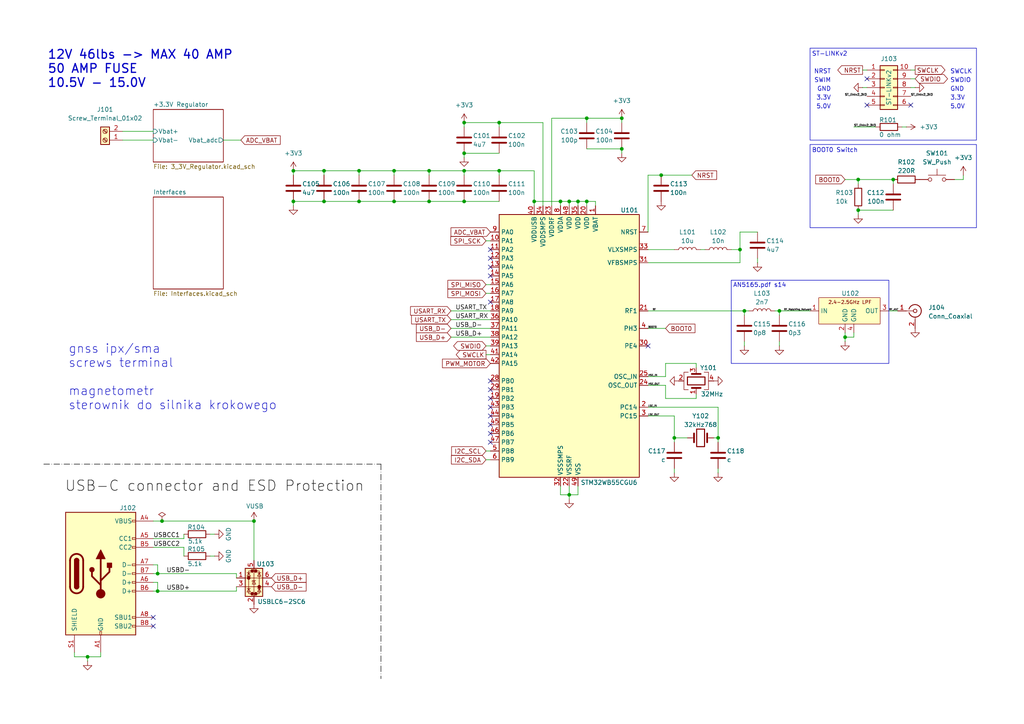
<source format=kicad_sch>
(kicad_sch (version 20250114) (generator "eeschema") (generator_version "9.0")
  (paper "A4")
  (title_block (title "Boat Autopilot Controller") (date "2025-11-11") (rev "0.1") (company "Dominik Ledzianowski / Klaudia Lewandowska"))
  (lib_symbols
    (symbol "Connector:Conn_Coaxial" (pin_names (offset 1.016) (hide yes))
      (property "Reference" "J" (at 0.254 3.048 0))
      (property "Value" "Conn_Coaxial" (at 2.921 0 90))
      (symbol "Conn_Coaxial_1_1"
        (pin passive line (at -5.08 0 0) (length 2.54) (name "In") (number "1"))
        (pin passive line (at 0 -5.08 90) (length 2.54) (name "Ext") (number "2"))
      )
    )
    (symbol "Connector:Screw_Terminal_01x02" (pin_names (offset 1.016) (hide yes))
      (property "Reference" "J" (at 0 2.54 0))
      (property "Value" "Screw_Terminal_01x02" (at 0 -5.08 0))
      (symbol "Screw_Terminal_01x02_1_1"
        (pin passive line (at -5.08 0 0) (length 3.81) (name "Pin_1") (number "1"))
        (pin passive line (at -5.08 -2.54 0) (length 3.81) (name "Pin_2") (number "2"))
      )
    )
    (symbol "Connector:USB_C_Receptacle_USB2.0_16P" (pin_names (offset 1.016))
      (property "Reference" "J" (at 0 22.225 0))
      (property "Value" "USB_C_Receptacle_USB2.0_16P" (at 0 19.685 0))
      (symbol "USB_C_Receptacle_USB2.0_16P_1_1"
        (pin passive line (at -7.62 -22.86 90) (length 5.08) (name "SHIELD") (number "S1"))
        (pin passive line (at 0 -22.86 90) (length 5.08) (name "GND") (number "A1"))
        (pin passive line (at 0 -22.86 90) (length 5.08) (hide yes) (name "GND") (number "A12"))
        (pin passive line (at 0 -22.86 90) (length 5.08) (hide yes) (name "GND") (number "B1"))
        (pin passive line (at 0 -22.86 90) (length 5.08) (hide yes) (name "GND") (number "B12"))
        (pin passive line (at 15.24 15.24 180) (length 5.08) (name "VBUS") (number "A4"))
        (pin passive line (at 15.24 15.24 180) (length 5.08) (hide yes) (name "VBUS") (number "A9"))
        (pin passive line (at 15.24 15.24 180) (length 5.08) (hide yes) (name "VBUS") (number "B4"))
        (pin passive line (at 15.24 15.24 180) (length 5.08) (hide yes) (name "VBUS") (number "B9"))
        (pin bidirectional line (at 15.24 10.16 180) (length 5.08) (name "CC1") (number "A5"))
        (pin bidirectional line (at 15.24 7.62 180) (length 5.08) (name "CC2") (number "B5"))
        (pin bidirectional line (at 15.24 2.54 180) (length 5.08) (name "D-") (number "A7"))
        (pin bidirectional line (at 15.24 0 180) (length 5.08) (name "D-") (number "B7"))
        (pin bidirectional line (at 15.24 -2.54 180) (length 5.08) (name "D+") (number "A6"))
        (pin bidirectional line (at 15.24 -5.08 180) (length 5.08) (name "D+") (number "B6"))
        (pin bidirectional line (at 15.24 -12.7 180) (length 5.08) (name "SBU1") (number "A8"))
        (pin bidirectional line (at 15.24 -15.24 180) (length 5.08) (name "SBU2") (number "B8"))
      )
    )
    (symbol "Device:C" (pin_numbers (hide yes)) (pin_names (offset 0.254))
      (property "Reference" "C" (at 0.635 2.54 0))
      (property "Value" "C" (at 0.635 -2.54 0))
      (symbol "C_1_1"
        (pin passive line (at 0 3.81 270) (length 2.794) (name "~") (number "1"))
        (pin passive line (at 0 -3.81 90) (length 2.794) (name "~") (number "2"))
      )
    )
    (symbol "Device:Crystal" (pin_numbers (hide yes)) (pin_names (offset 1.016) (hide yes))
      (property "Reference" "Y" (at 0 3.81 0))
      (property "Value" "Crystal" (at 0 -3.81 0))
      (symbol "Crystal_1_1"
        (pin passive line (at -3.81 0 0) (length 1.27) (name "1") (number "1"))
        (pin passive line (at 3.81 0 180) (length 1.27) (name "2") (number "2"))
      )
    )
    (symbol "Device:Crystal_GND24" (pin_names (offset 1.016) (hide yes))
      (property "Reference" "Y" (at 3.175 5.08 0))
      (property "Value" "Crystal_GND24" (at 3.175 3.175 0))
      (symbol "Crystal_GND24_1_1"
        (pin passive line (at -3.81 0 0) (length 1.27) (name "1") (number "1"))
        (pin passive line (at 0 5.08 270) (length 1.27) (name "2") (number "2"))
        (pin passive line (at 0 -5.08 90) (length 1.27) (name "4") (number "4"))
        (pin passive line (at 3.81 0 180) (length 1.27) (name "3") (number "3"))
      )
    )
    (symbol "Device:L" (pin_numbers (hide yes)) (pin_names (offset 1.016) (hide yes))
      (property "Reference" "L" (at -1.27 0 90))
      (property "Value" "L" (at 1.905 0 90))
      (symbol "L_1_1"
        (pin passive line (at 0 3.81 270) (length 1.27) (name "1") (number "1"))
        (pin passive line (at 0 -3.81 90) (length 1.27) (name "2") (number "2"))
      )
    )
    (symbol "Device:R" (pin_numbers (hide yes)) (pin_names (offset 0))
      (property "Reference" "R" (at 2.032 0 90))
      (property "Value" "R" (at 0 0 90))
      (symbol "R_1_1"
        (pin passive line (at 0 3.81 270) (length 1.27) (name "~") (number "1"))
        (pin passive line (at 0 -3.81 90) (length 1.27) (name "~") (number "2"))
      )
    )
    (symbol "MCU_ST_STM32WB:STM32WB55CGUx"
      (property "Reference" "U101" (at -20.066 39.37 0))
      (property "Value" "STM32WB55CGU6" (at -19.812 -39.624 0))
      (symbol "STM32WB55CGUx_1_1"
        (pin input line (at -22.86 33.02 0) (length 2.54) (name "NRST") (number "7"))
        (pin power_out line (at -22.86 27.94 0) (length 2.54) (name "VLXSMPS") (number "33"))
        (pin input line (at -22.86 24.13 0) (length 2.54) (name "VFBSMPS") (number "31"))
        (pin bidirectional line (at -22.86 10.16 0) (length 2.54) (name "RF1") (number "21"))
        (pin bidirectional line (at -22.86 5.08 0) (length 2.54) (name "PH3") (number "4"))
        (pin bidirectional line (at -22.86 0 0) (length 2.54) (name "PE4") (number "30"))
        (pin input line (at -22.86 -8.89 0) (length 2.54) (name "OSC_IN") (number "25"))
        (pin input line (at -22.86 -11.43 0) (length 2.54) (name "OSC_OUT") (number "24"))
        (pin bidirectional line (at -22.86 -17.78 0) (length 2.54) (name "PC14") (number "2"))
        (pin bidirectional line (at -22.86 -20.32 0) (length 2.54) (name "PC15") (number "3"))
        (pin no_connect line (at -20.32 -35.56 0) (length 2.54) (hide yes) (name "AT1") (number "27"))
        (pin no_connect line (at -20.32 -38.1 0) (length 2.54) (hide yes) (name "AT0") (number "26"))
        (pin power_in line (at -7.62 40.64 270) (length 2.54) (name "VBAT") (number "1"))
        (pin power_in line (at -5.08 40.64 270) (length 2.54) (name "VDD") (number "20"))
        (pin power_in line (at -2.54 40.64 270) (length 2.54) (name "VDD") (number "35"))
        (pin power_in line (at -2.54 -40.64 90) (length 2.54) (name "VSS") (number "49"))
        (pin power_in line (at 0 40.64 270) (length 2.54) (name "VDD") (number "48"))
        (pin power_in line (at 0 -40.64 90) (length 2.54) (name "VSSRF") (number "22"))
        (pin power_in line (at 2.54 40.64 270) (length 2.54) (name "VDDA") (number "8"))
        (pin power_in line (at 2.54 -40.64 90) (length 2.54) (name "VSSSMPS") (number "32"))
        (pin power_in line (at 5.08 40.64 270) (length 2.54) (name "VDDRF") (number "23"))
        (pin power_in line (at 7.62 40.64 270) (length 2.54) (name "VDDSMPS") (number "34"))
        (pin power_in line (at 10.16 40.64 270) (length 2.54) (name "VDDUSB") (number "40"))
        (pin bidirectional line (at 22.86 33.02 180) (length 2.54) (name "PA0") (number "9"))
        (pin bidirectional line (at 22.86 30.48 180) (length 2.54) (name "PA1") (number "10"))
        (pin bidirectional line (at 22.86 27.94 180) (length 2.54) (name "PA2") (number "11"))
        (pin bidirectional line (at 22.86 25.4 180) (length 2.54) (name "PA3") (number "12"))
        (pin bidirectional line (at 22.86 22.86 180) (length 2.54) (name "PA4") (number "13"))
        (pin bidirectional line (at 22.86 20.32 180) (length 2.54) (name "PA5") (number "14"))
        (pin bidirectional line (at 22.86 17.78 180) (length 2.54) (name "PA6") (number "15"))
        (pin bidirectional line (at 22.86 15.24 180) (length 2.54) (name "PA7") (number "16"))
        (pin bidirectional line (at 22.86 12.7 180) (length 2.54) (name "PA8") (number "17"))
        (pin bidirectional line (at 22.86 10.16 180) (length 2.54) (name "PA9") (number "18"))
        (pin bidirectional line (at 22.86 7.62 180) (length 2.54) (name "PA10") (number "36"))
        (pin bidirectional line (at 22.86 5.08 180) (length 2.54) (name "PA11") (number "37"))
        (pin bidirectional line (at 22.86 2.54 180) (length 2.54) (name "PA12") (number "38"))
        (pin bidirectional line (at 22.86 0 180) (length 2.54) (name "PA13") (number "39"))
        (pin bidirectional line (at 22.86 -2.54 180) (length 2.54) (name "PA14") (number "41"))
        (pin bidirectional line (at 22.86 -5.08 180) (length 2.54) (name "PA15") (number "42"))
        (pin bidirectional line (at 22.86 -10.16 180) (length 2.54) (name "PB0") (number "28"))
        (pin bidirectional line (at 22.86 -12.7 180) (length 2.54) (name "PB1") (number "29"))
        (pin bidirectional line (at 22.86 -15.24 180) (length 2.54) (name "PB2") (number "19"))
        (pin bidirectional line (at 22.86 -17.78 180) (length 2.54) (name "PB3") (number "43"))
        (pin bidirectional line (at 22.86 -20.32 180) (length 2.54) (name "PB4") (number "44"))
        (pin bidirectional line (at 22.86 -22.86 180) (length 2.54) (name "PB5") (number "45"))
        (pin bidirectional line (at 22.86 -25.4 180) (length 2.54) (name "PB6") (number "46"))
        (pin bidirectional line (at 22.86 -27.94 180) (length 2.54) (name "PB7") (number "47"))
        (pin bidirectional line (at 22.86 -30.48 180) (length 2.54) (name "PB8") (number "5"))
        (pin bidirectional line (at 22.86 -33.02 180) (length 2.54) (name "PB9") (number "6"))
      )
    )
    (symbol "PUEiE_pcb_schematic_symbols:DLF162500LT-5028A1"
      (property "Reference" "U" (at 6.096 4.826 0))
      (symbol "DLF162500LT-5028A1_0_0"
        (pin passive line (at -11.43 0 0) (length 2.54) (name "IN") (number "1"))
        (pin passive line (at -1.27 -6.35 90) (length 2.54) (name "GND") (number "2"))
        (pin passive line (at 1.27 -6.35 90) (length 2.54) (name "GND") (number "4"))
        (pin passive line (at 11.43 0 180) (length 2.54) (name "OUT") (number "3"))
      )
      (symbol "DLF162500LT-5028A1_1_1"
        (text " 2.4-2.5GHz LPF" (at -0.254 2.54 0) (effects (font (size 1.016 1.016))))
      )
    )
    (symbol "Power_Protection:USBLC6-2SC6" (pin_names (hide yes))
      (property "Reference" "U" (at 0.635 5.715 0))
      (property "Value" "USBLC6-2SC6" (at 0.635 3.81 0))
      (symbol "USBLC6-2SC6_1_1"
        (pin passive line (at -5.08 0 0) (length 2.54) (name "I/O1") (number "1"))
        (pin passive line (at -5.08 -2.54 0) (length 2.54) (name "I/O2") (number "3"))
        (pin passive line (at 0 5.08 270) (length 2.54) (name "VBUS") (number "5"))
        (pin passive line (at 0 -7.62 90) (length 2.54) (name "GND") (number "2"))
        (pin passive line (at 5.08 0 180) (length 2.54) (name "I/O1") (number "6"))
        (pin passive line (at 5.08 -2.54 180) (length 2.54) (name "I/O2") (number "4"))
      )
    )
    (symbol "STLINK-V3MINIE:STLINK-V3MINIE" (pin_names (offset 1.016) (hide yes))
      (property "Reference" "J5" (at 0 7.62 0))
      (property "Value" "ST-LINKv2" (at 0 0 90))
      (symbol "STLINK-V3MINIE_1_1"
        (pin passive line (at -6.35 5.08 0) (length 3.81) (name "NC") (number "1"))
        (pin passive line (at -6.35 2.54 0) (length 3.81) (name "T_JTDI/NC") (number "2"))
        (pin passive line (at -6.35 0 0) (length 3.81) (name "T_JTMS/T_SWDIO") (number "3"))
        (pin passive line (at -6.35 -2.54 0) (length 3.81) (name "T_JCLK/T_SWCLK") (number "4"))
        (pin passive line (at -6.35 -5.08 0) (length 3.81) (name "T_JTDO/T_SWO") (number "5"))
        (pin passive line (at 6.35 5.08 180) (length 3.81) (name "T_VCC") (number "10"))
        (pin passive line (at 6.35 2.54 180) (length 3.81) (name "T_NRST") (number "9"))
        (pin passive line (at 6.35 0 180) (length 3.81) (name "T_VCP_TX") (number "8"))
        (pin passive line (at 6.35 -2.54 180) (length 3.81) (name "T_VCP_RX") (number "7"))
        (pin passive line (at 6.35 -5.08 180) (length 3.81) (name "GND") (number "6"))
      )
    )
    (symbol "Switch:SW_Push" (pin_numbers (hide yes)) (pin_names (offset 1.016) (hide yes))
      (property "Reference" "SW" (at 1.27 2.54 0))
      (property "Value" "SW_Push" (at 0 -1.524 0))
      (symbol "SW_Push_0_1"
        (pin passive line (at -5.08 0 0) (length 2.54) (name "1") (number "1"))
        (pin passive line (at 5.08 0 180) (length 2.54) (name "2") (number "2"))
      )
    )
    (symbol "power:+3V3" (power) (pin_numbers (hide yes)) (pin_names (offset 0) (hide yes))
      (property "Value" "+3V3" (at 0 3.556 0))
      (symbol "+3V3_1_1"
        (pin power_in line (at 0 0 90) (length 0) (name "~") (number "1"))
      )
    )
    (symbol "power:GND" (power) (pin_numbers (hide yes)) (pin_names (offset 0) (hide yes))
      (property "Value" "GND" (at 0 -3.81 0))
      (symbol "GND_1_1"
        (pin power_in line (at 0 0 270) (length 0) (name "~") (number "1"))
      )
    )
    (symbol "power:PWR_FLAG" (power) (pin_numbers (hide yes)) (pin_names (offset 0) (hide yes))
      (property "Value" "PWR_FLAG" (at 0 3.81 0))
      (symbol "PWR_FLAG_0_0"
        (pin power_out line (at 0 0 90) (length 0) (name "~") (number "1"))
      )
    )
    (symbol "power:VBUS" (power) (pin_numbers (hide yes)) (pin_names (offset 0) (hide yes))
      (property "Value" "VBUS" (at 0 3.556 0))
      (symbol "VBUS_1_1"
        (pin power_in line (at 0 0 90) (length 0) (name "~") (number "1"))
      )
    )
  )
  (rectangle (start 212.09 81.28) (end 257.81 105.41))
  (rectangle (start 234.95 41.91) (end 283.21 66.04))
  (rectangle (start 234.95 13.97) (end 283.21 40.64))
  (text "AN5165.pdf s14" (at 212.598 82.804 0) (effects (font (size 1.27 1.27)) (justify left)))
  (text "5.0V" (at 275.59 31.75 0) (effects (font (size 1.27 1.27)) (justify left bottom)))
  (text "BOOT0 Switch" (at 235.458 43.688 0) (effects (font (size 1.27 1.27)) (justify left)))
  (text "GND" (at 275.59 26.67 0) (effects (font (size 1.27 1.27)) (justify left bottom)))
  (text "USB-C connector and ESD Protection\n\n" (at 62.23 143.51 0) (effects (font (size 3 3))))
  (text "3.3V" (at 241.046 29.21 0) (effects (font (size 1.27 1.27)) (justify right bottom)))
  (text "SWDIO" (at 275.59 24.13 0) (effects (font (size 1.27 1.27)) (justify left bottom)))
  (text "3.3V" (at 275.59 29.21 0) (effects (font (size 1.27 1.27)) (justify left bottom)))
  (text "5.0V" (at 241.046 31.75 0) (effects (font (size 1.27 1.27)) (justify right bottom)))
  (text "SWCLK" (at 275.59 21.59 0) (effects (font (size 1.27 1.27)) (justify left bottom)))
  (text "ST-LINKv2" (at 235.458 15.748 0) (effects (font (size 1.27 1.27)) (justify left)))
  (text "gnss ipx/sma\nscrews terminal\n\nmagnetometr\nsterownik do silnika krokowego" (at 19.812 109.474 0) (effects (font (size 2.54 2.54)) (justify left)))
  (text "GND" (at 241.046 26.67 0) (effects (font (size 1.27 1.27)) (justify right bottom)))
  (text "12V 46lbs -> MAX 40 AMP\n50 AMP FUSE\n10.5V - 15.0V" (at 13.716 20.066 0) (effects (font (size 2.54 2.54) (thickness 0.3556) (bold yes)) (justify left)))
  (text "SWIM" (at 241.046 24.13 0) (effects (font (size 1.27 1.27)) (justify right bottom)))
  (text "NRST" (at 241.046 21.59 0) (effects (font (size 1.27 1.27)) (justify right bottom)))
  (junction (at 214.63 72.39))
  (junction (at 226.06 90.17))
  (junction (at 73.66 151.13))
  (junction (at 191.77 50.8))
  (junction (at 93.98 49.53))
  (junction (at 259.08 52.07))
  (junction (at 25.4 190.5))
  (junction (at 85.09 58.42))
  (junction (at 134.62 35.56))
  (junction (at 215.9 90.17))
  (junction (at 45.72 166.37))
  (junction (at 104.14 49.53))
  (junction (at 144.78 49.53))
  (junction (at 180.34 34.29))
  (junction (at 124.46 58.42))
  (junction (at 85.09 49.53))
  (junction (at 248.92 60.96))
  (junction (at 162.56 58.42))
  (junction (at 154.94 58.42))
  (junction (at 195.58 127))
  (junction (at 165.1 143.51))
  (junction (at 104.14 58.42))
  (junction (at 134.62 44.45))
  (junction (at 124.46 49.53))
  (junction (at 46.99 151.13))
  (junction (at 170.18 58.42))
  (junction (at 248.92 52.07))
  (junction (at 134.62 49.53))
  (junction (at 45.72 171.45))
  (junction (at 114.3 49.53))
  (junction (at 134.62 58.42))
  (junction (at 170.18 34.29))
  (junction (at 167.64 58.42))
  (junction (at 165.1 58.42))
  (junction (at 245.11 97.79))
  (junction (at 114.3 58.42))
  (junction (at 93.98 58.42))
  (junction (at 208.28 127))
  (junction (at 144.78 35.56))
  (junction (at 180.34 43.18))
  (no_connect (at 142.24 123.19))
  (no_connect (at 142.24 115.57))
  (no_connect (at 142.24 113.03))
  (no_connect (at 142.24 125.73))
  (no_connect (at 44.45 179.07))
  (no_connect (at 142.24 87.63))
  (no_connect (at 142.24 128.27))
  (no_connect (at 142.24 120.65))
  (no_connect (at 44.45 181.61))
  (no_connect (at 251.46 22.86))
  (no_connect (at 251.46 30.48))
  (no_connect (at 264.16 30.48))
  (no_connect (at 142.24 80.01))
  (no_connect (at 142.24 118.11))
  (no_connect (at 142.24 77.47))
  (no_connect (at 142.24 72.39))
  (no_connect (at 142.24 74.93))
  (no_connect (at 187.96 100.33))
  (no_connect (at 142.24 110.49))
  (wire (pts (xy 247.65 96.52) (xy 247.65 97.79)))
  (wire (pts (xy 134.62 50.8) (xy 134.62 49.53)))
  (wire (pts (xy 44.45 156.21) (xy 53.34 156.21)))
  (wire (pts (xy 130.81 95.25) (xy 142.24 95.25)))
  (wire (pts (xy 68.58 171.45) (xy 68.58 170.18)))
  (wire (pts (xy 162.56 143.51) (xy 162.56 140.97)))
  (wire (pts (xy 187.96 118.11) (xy 208.28 118.11)))
  (wire (pts (xy 21.59 190.5) (xy 25.4 190.5)))
  (wire (pts (xy 208.28 137.16) (xy 208.28 135.89)))
  (wire (pts (xy 160.02 34.29) (xy 160.02 59.69)))
  (wire (pts (xy 85.09 50.8) (xy 85.09 49.53)))
  (wire (pts (xy 140.97 85.09) (xy 142.24 85.09)))
  (wire (pts (xy 208.28 118.11) (xy 208.28 127)))
  (wire (pts (xy 187.96 111.76) (xy 193.04 111.76)))
  (wire (pts (xy 140.97 102.87) (xy 142.24 102.87)))
  (wire (pts (xy 45.72 168.91) (xy 45.72 171.45)))
  (wire (pts (xy 35.56 40.64) (xy 44.45 40.64)))
  (wire (pts (xy 214.63 67.31) (xy 219.71 67.31)))
  (wire (pts (xy 157.48 35.56) (xy 157.48 59.69)))
  (wire (pts (xy 29.21 189.23) (xy 29.21 190.5)))
  (wire (pts (xy 191.77 50.8) (xy 187.96 50.8)))
  (wire (pts (xy 154.94 49.53) (xy 154.94 58.42)))
  (wire (pts (xy 259.08 53.34) (xy 259.08 52.07)))
  (wire (pts (xy 226.06 91.44) (xy 226.06 90.17)))
  (wire (pts (xy 29.21 190.5) (xy 25.4 190.5)))
  (wire (pts (xy 46.99 151.13) (xy 44.45 151.13)))
  (polyline (pts (xy 12.7 134.62) (xy 110.49 134.62)) (stroke (width 0) (type dash_dot) (color 0 0 0 1)))
  (wire (pts (xy 248.92 60.96) (xy 248.92 62.23)))
  (wire (pts (xy 44.45 166.37) (xy 45.72 166.37)))
  (wire (pts (xy 144.78 35.56) (xy 157.48 35.56)))
  (wire (pts (xy 114.3 58.42) (xy 124.46 58.42)))
  (wire (pts (xy 279.4 52.07) (xy 279.4 50.8)))
  (wire (pts (xy 226.06 90.17) (xy 234.95 90.17)))
  (wire (pts (xy 60.96 154.94) (xy 62.23 154.94)))
  (wire (pts (xy 250.19 25.4) (xy 251.46 25.4)))
  (wire (pts (xy 208.28 127) (xy 208.28 128.27)))
  (wire (pts (xy 85.09 49.53) (xy 93.98 49.53)))
  (wire (pts (xy 245.11 97.79) (xy 245.11 96.52)))
  (wire (pts (xy 201.93 106.68) (xy 201.93 105.41)))
  (wire (pts (xy 187.96 90.17) (xy 215.9 90.17)))
  (wire (pts (xy 187.96 72.39) (xy 195.58 72.39)))
  (wire (pts (xy 172.72 58.42) (xy 172.72 59.69)))
  (wire (pts (xy 140.97 82.55) (xy 142.24 82.55)))
  (wire (pts (xy 203.2 72.39) (xy 204.47 72.39)))
  (wire (pts (xy 170.18 58.42) (xy 170.18 59.69)))
  (wire (pts (xy 226.06 99.06) (xy 226.06 100.33)))
  (wire (pts (xy 170.18 43.18) (xy 180.34 43.18)))
  (wire (pts (xy 201.93 114.3) (xy 201.93 115.57)))
  (wire (pts (xy 45.72 171.45) (xy 68.58 171.45)))
  (wire (pts (xy 154.94 58.42) (xy 154.94 59.69)))
  (wire (pts (xy 114.3 49.53) (xy 124.46 49.53)))
  (wire (pts (xy 215.9 90.17) (xy 215.9 91.44)))
  (wire (pts (xy 53.34 156.21) (xy 53.34 154.94)))
  (wire (pts (xy 248.92 52.07) (xy 259.08 52.07)))
  (wire (pts (xy 207.01 127) (xy 208.28 127)))
  (wire (pts (xy 165.1 58.42) (xy 165.1 59.69)))
  (wire (pts (xy 140.97 100.33) (xy 142.24 100.33)))
  (wire (pts (xy 93.98 58.42) (xy 104.14 58.42)))
  (wire (pts (xy 214.63 67.31) (xy 214.63 72.39)))
  (wire (pts (xy 104.14 49.53) (xy 114.3 49.53)))
  (wire (pts (xy 248.92 60.96) (xy 259.08 60.96)))
  (wire (pts (xy 134.62 44.45) (xy 144.78 44.45)))
  (wire (pts (xy 187.96 109.22) (xy 193.04 109.22)))
  (wire (pts (xy 35.56 38.1) (xy 44.45 38.1)))
  (wire (pts (xy 191.77 50.8) (xy 200.66 50.8)))
  (wire (pts (xy 25.4 190.5) (xy 25.4 191.77)))
  (wire (pts (xy 134.62 49.53) (xy 144.78 49.53)))
  (wire (pts (xy 248.92 53.34) (xy 248.92 52.07)))
  (wire (pts (xy 45.72 163.83) (xy 45.72 166.37)))
  (wire (pts (xy 69.85 40.64) (xy 64.77 40.64)))
  (wire (pts (xy 124.46 58.42) (xy 134.62 58.42)))
  (wire (pts (xy 219.71 74.93) (xy 219.71 76.2)))
  (wire (pts (xy 195.58 127) (xy 195.58 128.27)))
  (wire (pts (xy 165.1 140.97) (xy 165.1 143.51)))
  (wire (pts (xy 124.46 50.8) (xy 124.46 49.53)))
  (wire (pts (xy 226.06 90.17) (xy 224.79 90.17)))
  (wire (pts (xy 187.96 120.65) (xy 195.58 120.65)))
  (wire (pts (xy 44.45 171.45) (xy 45.72 171.45)))
  (wire (pts (xy 180.34 35.56) (xy 180.34 34.29)))
  (wire (pts (xy 144.78 36.83) (xy 144.78 35.56)))
  (wire (pts (xy 134.62 44.45) (xy 134.62 45.72)))
  (wire (pts (xy 180.34 43.18) (xy 180.34 44.45)))
  (wire (pts (xy 53.34 158.75) (xy 53.34 161.29)))
  (wire (pts (xy 201.93 115.57) (xy 193.04 115.57)))
  (wire (pts (xy 93.98 50.8) (xy 93.98 49.53)))
  (wire (pts (xy 187.96 50.8) (xy 187.96 67.31)))
  (wire (pts (xy 62.23 161.29) (xy 60.96 161.29)))
  (wire (pts (xy 130.81 97.79) (xy 142.24 97.79)))
  (wire (pts (xy 165.1 58.42) (xy 167.64 58.42)))
  (wire (pts (xy 165.1 143.51) (xy 162.56 143.51)))
  (wire (pts (xy 193.04 115.57) (xy 193.04 111.76)))
  (wire (pts (xy 93.98 49.53) (xy 104.14 49.53)))
  (wire (pts (xy 154.94 58.42) (xy 162.56 58.42)))
  (wire (pts (xy 130.81 92.71) (xy 142.24 92.71)))
  (wire (pts (xy 245.11 52.07) (xy 248.92 52.07)))
  (wire (pts (xy 215.9 99.06) (xy 215.9 100.33)))
  (wire (pts (xy 214.63 76.2) (xy 214.63 72.39)))
  (wire (pts (xy 45.72 166.37) (xy 68.58 166.37)))
  (wire (pts (xy 140.97 69.85) (xy 142.24 69.85)))
  (wire (pts (xy 144.78 50.8) (xy 144.78 49.53)))
  (wire (pts (xy 167.64 58.42) (xy 167.64 59.69)))
  (wire (pts (xy 193.04 95.25) (xy 187.96 95.25)))
  (wire (pts (xy 187.96 76.2) (xy 214.63 76.2)))
  (wire (pts (xy 68.58 166.37) (xy 68.58 167.64)))
  (wire (pts (xy 44.45 158.75) (xy 53.34 158.75)))
  (wire (pts (xy 195.58 137.16) (xy 195.58 135.89)))
  (wire (pts (xy 245.11 99.06) (xy 245.11 97.79)))
  (wire (pts (xy 104.14 58.42) (xy 114.3 58.42)))
  (wire (pts (xy 170.18 34.29) (xy 170.18 35.56)))
  (wire (pts (xy 265.43 20.32) (xy 264.16 20.32)))
  (wire (pts (xy 217.17 90.17) (xy 215.9 90.17)))
  (wire (pts (xy 134.62 58.42) (xy 144.78 58.42)))
  (wire (pts (xy 195.58 127) (xy 199.39 127)))
  (wire (pts (xy 264.16 25.4) (xy 265.43 25.4)))
  (wire (pts (xy 193.04 105.41) (xy 193.04 109.22)))
  (wire (pts (xy 44.45 168.91) (xy 45.72 168.91)))
  (wire (pts (xy 124.46 49.53) (xy 134.62 49.53)))
  (wire (pts (xy 265.43 22.86) (xy 264.16 22.86)))
  (wire (pts (xy 212.09 72.39) (xy 214.63 72.39)))
  (wire (pts (xy 201.93 105.41) (xy 193.04 105.41)))
  (wire (pts (xy 85.09 58.42) (xy 93.98 58.42)))
  (wire (pts (xy 104.14 50.8) (xy 104.14 49.53)))
  (wire (pts (xy 134.62 36.83) (xy 134.62 35.56)))
  (wire (pts (xy 276.86 52.07) (xy 279.4 52.07)))
  (wire (pts (xy 140.97 130.81) (xy 142.24 130.81)))
  (wire (pts (xy 73.66 162.56) (xy 73.66 151.13)))
  (wire (pts (xy 160.02 34.29) (xy 170.18 34.29)))
  (wire (pts (xy 261.62 36.83) (xy 262.89 36.83)))
  (wire (pts (xy 167.64 140.97) (xy 167.64 143.51)))
  (wire (pts (xy 165.1 144.78) (xy 165.1 143.51)))
  (wire (pts (xy 85.09 58.42) (xy 85.09 59.69)))
  (wire (pts (xy 165.1 143.51) (xy 167.64 143.51)))
  (wire (pts (xy 170.18 34.29) (xy 180.34 34.29)))
  (polyline (pts (xy 110.49 134.62) (xy 110.49 196.85)) (stroke (width 0) (type dash_dot) (color 0 0 0 1)))
  (wire (pts (xy 172.72 58.42) (xy 170.18 58.42)))
  (wire (pts (xy 195.58 120.65) (xy 195.58 127)))
  (wire (pts (xy 140.97 133.35) (xy 142.24 133.35)))
  (wire (pts (xy 144.78 49.53) (xy 154.94 49.53)))
  (wire (pts (xy 247.65 97.79) (xy 245.11 97.79)))
  (wire (pts (xy 130.81 90.17) (xy 142.24 90.17)))
  (wire (pts (xy 44.45 163.83) (xy 45.72 163.83)))
  (wire (pts (xy 167.64 58.42) (xy 170.18 58.42)))
  (wire (pts (xy 257.81 90.17) (xy 260.35 90.17)))
  (wire (pts (xy 21.59 189.23) (xy 21.59 190.5)))
  (wire (pts (xy 162.56 58.42) (xy 165.1 58.42)))
  (wire (pts (xy 254 36.83) (xy 247.65 36.83)))
  (wire (pts (xy 114.3 50.8) (xy 114.3 49.53)))
  (wire (pts (xy 134.62 35.56) (xy 144.78 35.56)))
  (wire (pts (xy 250.19 20.32) (xy 251.46 20.32)))
  (wire (pts (xy 46.99 151.13) (xy 73.66 151.13)))
  (wire (pts (xy 162.56 58.42) (xy 162.56 59.69)))
  (label "USBCC1" (at 44.45 156.21 0) (effects (font (thickness 0.1588))))
  (label "USART_TX" (at 132.08 90.17 0))
  (label "ST_linkv2_3V3" (at 247.65 36.83 0) (effects (font (size 0.6 0.6))))
  (label "ST_linkv2_3V3" (at 264.16 27.94 0) (effects (font (size 0.6 0.6))))
  (label "ST_linkv2_3V3" (at 251.46 27.94 180) (effects (font (size 0.6 0.6))))
  (label "HSE_IN" (at 187.96 109.22 0) (effects (font (size 0.5 0.5))))
  (label "USART_RX" (at 132.08 92.71 0))
  (label "USBD-" (at 48.26 166.37 0) (effects (font (thickness 0.1588))))
  (label "RF_Matching_Network" (at 227.33 90.17 0) (effects (font (size 0.5 0.5))))
  (label "RF_ANT" (at 257.81 90.17 0) (effects (font (size 0.5 0.5))))
  (label "USB_D+" (at 132.08 97.79 0))
  (label "LSE_IN" (at 187.96 118.11 0) (effects (font (size 0.5 0.5))))
  (label "BOOT0" (at 187.96 95.25 0) (effects (font (size 0.5 0.5))))
  (label "USBCC2" (at 44.45 158.75 0) (effects (font (thickness 0.1588))))
  (label "LSE_OUT" (at 187.96 120.65 0) (effects (font (size 0.5 0.5))))
  (label "HSE_OUT" (at 187.96 111.76 0) (effects (font (size 0.5 0.5))))
  (label "RF" (at 189.23 90.17 0) (effects (font (size 0.5 0.5))))
  (label "USB_D-" (at 132.08 95.25 0))
  (label "USBD+" (at 48.26 171.45 0) (effects (font (thickness 0.1588))))
  (global_label "USB_D-" (shape input) (at 78.74 170.18 0) (property "Intersheetrefs" "${INTERSHEET_REFS}" (effects (hide yes))))
  (global_label "PWM_MOTOR" (shape input) (at 142.24 105.41 180) (property "Intersheetrefs" "${INTERSHEET_REFS}" (effects (hide yes))))
  (global_label "I2C_SCL" (shape input) (at 140.97 130.81 180) (property "Intersheetrefs" "${INTERSHEET_REFS}" (effects (hide yes))))
  (global_label "SWCLK" (shape output) (at 265.43 20.32 0) (property "Intersheetrefs" "${INTERSHEET_REFS}" (effects (hide yes))))
  (global_label "USART_TX" (shape input) (at 130.81 92.71 180) (property "Intersheetrefs" "${INTERSHEET_REFS}" (effects (hide yes))))
  (global_label "USART_RX" (shape input) (at 130.81 90.17 180) (property "Intersheetrefs" "${INTERSHEET_REFS}" (effects (hide yes))))
  (global_label "I2C_SDA" (shape input) (at 140.97 133.35 180) (property "Intersheetrefs" "${INTERSHEET_REFS}" (effects (hide yes))))
  (global_label "SPI_SCK" (shape input) (at 140.97 69.85 180) (property "Intersheetrefs" "${INTERSHEET_REFS}" (effects (hide yes))))
  (global_label "SWCLK" (shape output) (at 140.97 102.87 180) (property "Intersheetrefs" "${INTERSHEET_REFS}" (effects (hide yes))))
  (global_label "ADC_VBAT" (shape input) (at 69.85 40.64 0) (property "Intersheetrefs" "${INTERSHEET_REFS}" (effects (hide yes))))
  (global_label "SWDIO" (shape bidirectional) (at 265.43 22.86 0) (property "Intersheetrefs" "${INTERSHEET_REFS}" (effects (hide yes))))
  (global_label "BOOT0" (shape input) (at 245.11 52.07 180) (property "Intersheetrefs" "${INTERSHEET_REFS}" (effects (hide yes))))
  (global_label "SWDIO" (shape bidirectional) (at 140.97 100.33 180) (property "Intersheetrefs" "${INTERSHEET_REFS}" (effects (hide yes))))
  (global_label "BOOT0" (shape input) (at 193.04 95.25 0) (property "Intersheetrefs" "${INTERSHEET_REFS}" (effects (hide yes))))
  (global_label "NRST" (shape input) (at 200.66 50.8 0) (property "Intersheetrefs" "${INTERSHEET_REFS}" (effects (hide yes))))
  (global_label "NRST" (shape output) (at 250.19 20.32 180) (property "Intersheetrefs" "${INTERSHEET_REFS}" (effects (hide yes))))
  (global_label "SPI_MISO" (shape input) (at 140.97 82.55 180) (property "Intersheetrefs" "${INTERSHEET_REFS}" (effects (hide yes))))
  (global_label "USB_D-" (shape input) (at 130.81 95.25 180) (property "Intersheetrefs" "${INTERSHEET_REFS}" (effects (hide yes))))
  (global_label "USB_D+" (shape input) (at 130.81 97.79 180) (property "Intersheetrefs" "${INTERSHEET_REFS}" (effects (hide yes))))
  (global_label "USB_D+" (shape input) (at 78.74 167.64 0) (property "Intersheetrefs" "${INTERSHEET_REFS}" (effects (hide yes))))
  (global_label "ADC_VBAT" (shape input) (at 142.24 67.31 180) (property "Intersheetrefs" "${INTERSHEET_REFS}" (effects (hide yes))))
  (global_label "SPI_MOSI" (shape input) (at 140.97 85.09 180) (property "Intersheetrefs" "${INTERSHEET_REFS}" (effects (hide yes))))
  (symbol (lib_id "Device:C") (at 144.78 54.61 0) (unit 1)
    (property "Reference" "C111" (at 147.32 53.34 0) (effects (justify left)))
    (property "Value" "100n" (at 147.32 55.88 0) (effects (justify left)))
    (property "Footprint" "Capacitor_SMD:C_0805_2012Metric" (effects (hide yes)))
    (property "Datasheet" "https://jlcpcb.com/partdetail/YAGEO-CC0805KRX7R9BB104/C49678" (effects (hide yes)))
    (property "Description" "100nF 50V X7R ±10% 0805 Multilayer Ceramic Capacitors" (effects (hide yes)))
  )
  (symbol (lib_id "Device:C") (at 104.14 54.61 0) (unit 1)
    (property "Reference" "C107" (at 106.68 53.34 0) (effects (justify left)))
    (property "Value" "100n" (at 106.68 55.88 0) (effects (justify left)))
    (property "Footprint" "Capacitor_SMD:C_0805_2012Metric" (effects (hide yes)))
    (property "Datasheet" "https://jlcpcb.com/partdetail/YAGEO-CC0805KRX7R9BB104/C49678" (effects (hide yes)))
    (property "Description" "100nF 50V X7R ±10% 0805 Multilayer Ceramic Capacitors" (effects (hide yes)))
  )
  (symbol (lib_id "power:+3V3") (at 134.62 35.56 0) (unit 1)
    (property "Reference" "#PWR0103" (effects (hide yes)))
    (property "Value" "+3V3" (at 134.62 30.48 0))
    (property "Description" "Power symbol creates a global label with name \"+3V3\"" (effects (hide yes)))
  )
  (symbol (lib_id "Device:R") (at 262.89 52.07 90) (unit 1)
    (property "Reference" "R102" (at 262.89 46.99 90))
    (property "Value" "220R" (at 262.89 49.53 90))
    (property "Footprint" "Resistor_SMD:R_0805_2012Metric" (effects (hide yes)))
    (property "Datasheet" "https://jlcpcb.com/partdetail/18245-0805W8F2200T5E/C17557" (effects (hide yes)))
    (property "Description" "Resistor" (effects (hide yes)))
  )
  (symbol (lib_id "power:GND") (at 195.58 137.16 0) (unit 1)
    (property "Reference" "#PWR0120" (effects (hide yes)))
    (property "Value" "GND" (effects (hide yes)))
    (property "Description" "Power symbol creates a global label with name \"GND\" , ground" (effects (hide yes)))
  )
  (symbol (lib_id "Device:L") (at 199.39 72.39 90) (unit 1)
    (property "Reference" "L101" (at 199.39 67.31 90))
    (property "Value" "10u" (at 199.39 69.85 90))
    (property "Footprint" "Inductor_SMD:L_0603_1608Metric" (effects (hide yes)))
    (property "Datasheet" "https://jlcpcb.com/partdetail/Sunlord-SDFL1608S100KTF/C1035" (effects (hide yes)))
    (property "Description" "1.85Ω 10uH 17MHz 30@2MHz 3mA ±10% 0603 Inductors" (effects (hide yes)))
  )
  (symbol (lib_id "power:VBUS") (at 73.66 151.13 0) (unit 1)
    (property "Reference" "#PWR0123" (effects (hide yes)))
    (property "Value" "VUSB" (at 73.914 146.812 0))
    (property "Description" "Power symbol creates a global label with name \"VBUS\"" (effects (hide yes)))
  )
  (symbol (lib_id "Device:C") (at 191.77 54.61 0) (unit 1)
    (property "Reference" "C113" (at 194.31 53.34 0) (effects (justify left)))
    (property "Value" "100n" (at 194.31 55.88 0) (effects (justify left)))
    (property "Footprint" "Capacitor_SMD:C_0805_2012Metric" (effects (hide yes)))
    (property "Datasheet" "https://jlcpcb.com/partdetail/YAGEO-CC0805KRX7R9BB104/C49678" (effects (hide yes)))
    (property "Description" "100nF 50V X7R ±10% 0805 Multilayer Ceramic Capacitors" (effects (hide yes)))
  )
  (symbol (lib_id "Device:C") (at 226.06 95.25 0) (unit 1)
    (property "Reference" "C116" (at 228.6 93.98 0) (effects (justify left)))
    (property "Value" "0p3" (at 228.6 96.52 0) (effects (justify left)))
    (property "Footprint" "Capacitor_SMD:C_0402_1005Metric" (effects (hide yes)))
    (property "Datasheet" "https://jlcpcb.com/partdetail/MurataElectronics-GRM1555C1HR30WA01D/C92338" (effects (hide yes)))
    (property "Description" "0.3pF 50V C0G 0402 Multilayer Ceramic Capacitors MLCC" (effects (hide yes)))
  )
  (symbol (lib_id "power:+3V3") (at 262.89 36.83 270) (mirror x) (unit 1)
    (property "Reference" "#PWR0105" (effects (hide yes)))
    (property "Value" "+3V3" (at 266.7 36.8299 90) (effects (justify left)))
    (property "Description" "Power symbol creates a global label with name \"+3V3\"" (effects (hide yes)))
  )
  (symbol (lib_id "power:GND") (at 85.09 59.69 0) (unit 1)
    (property "Reference" "#PWR0110" (effects (hide yes)))
    (property "Value" "GND" (effects (hide yes)))
    (property "Description" "Power symbol creates a global label with name \"GND\" , ground" (effects (hide yes)))
  )
  (symbol (lib_id "power:+3V3") (at 180.34 34.29 0) (mirror y) (unit 1)
    (property "Reference" "#PWR0104" (effects (hide yes)))
    (property "Value" "+3V3" (at 180.34 29.21 0))
    (property "Description" "Power symbol creates a global label with name \"+3V3\"" (effects (hide yes)))
  )
  (symbol (lib_id "power:GND") (at 208.28 137.16 0) (unit 1)
    (property "Reference" "#PWR0121" (effects (hide yes)))
    (property "Value" "GND" (effects (hide yes)))
    (property "Description" "Power symbol creates a global label with name \"GND\" , ground" (effects (hide yes)))
  )
  (symbol (lib_id "power:GND") (at 248.92 62.23 0) (mirror y) (unit 1)
    (property "Reference" "#PWR0111" (effects (hide yes)))
    (property "Value" "GND" (effects (hide yes)))
    (property "Description" "Power symbol creates a global label with name \"GND\" , ground" (effects (hide yes)))
  )
  (symbol (lib_id "Device:C") (at 124.46 54.61 0) (unit 1)
    (property "Reference" "C109" (at 127 53.34 0) (effects (justify left)))
    (property "Value" "100n" (at 127 55.88 0) (effects (justify left)))
    (property "Footprint" "Capacitor_SMD:C_0805_2012Metric" (effects (hide yes)))
    (property "Datasheet" "https://jlcpcb.com/partdetail/YAGEO-CC0805KRX7R9BB104/C49678" (effects (hide yes)))
    (property "Description" "100nF 50V X7R ±10% 0805 Multilayer Ceramic Capacitors" (effects (hide yes)))
  )
  (symbol (lib_id "power:GND") (at 165.1 144.78 0) (unit 1)
    (property "Reference" "#PWR0122" (effects (hide yes)))
    (property "Value" "GND" (effects (hide yes)))
    (property "Description" "Power symbol creates a global label with name \"GND\" , ground" (effects (hide yes)))
  )
  (symbol (lib_id "Device:R") (at 57.15 161.29 90) (unit 1)
    (property "Reference" "R105" (at 54.356 159.258 90) (effects (justify right)))
    (property "Value" "5.1k" (at 58.674 162.814 90) (effects (justify left bottom)))
    (property "Footprint" "Resistor_SMD:R_0805_2012Metric" (effects (hide yes)))
    (property "Datasheet" "https://jlcpcb.com/partdetail/28584-0805W8F5101T5E/C27834" (effects (hide yes)))
    (property "Description" "Resistor" (effects (hide yes)))
  )
  (symbol (lib_id "power:GND") (at 226.06 100.33 0) (unit 1)
    (property "Reference" "#PWR0117" (effects (hide yes)))
    (property "Value" "GND" (effects (hide yes)))
    (property "Description" "Power symbol creates a global label with name \"GND\" , ground" (effects (hide yes)))
  )
  (symbol (lib_id "Device:L") (at 208.28 72.39 90) (unit 1)
    (property "Reference" "L102" (at 208.28 67.31 90))
    (property "Value" "10n" (at 208.28 69.85 90))
    (property "Footprint" "Inductor_SMD:L_0402_1005Metric" (effects (hide yes)))
    (property "Datasheet" "https://jlcpcb.com/partdetail/MurataElectronics-LQG15WZ10NJ02D/C3911026" (effects (hide yes)))
    (property "Description" "10nH 190mΩ 3.3GHz 500mA AEC-Q200 ±5% 0402" (effects (hide yes)))
  )
  (symbol (lib_id "Device:C") (at 219.71 71.12 0) (unit 1)
    (property "Reference" "C114" (at 222.25 69.85 0) (effects (justify left)))
    (property "Value" "4u7" (at 222.25 72.39 0) (effects (justify left)))
    (property "Footprint" "Capacitor_SMD:C_0805_2012Metric" (effects (hide yes)))
    (property "Datasheet" "https://jlcpcb.com/partdetail/2131-CL21A475KAQNNNE/C1779" (effects (hide yes)))
    (property "Description" "25V 4.7uF X5R ±10% 0805 Multilayer Ceramic Capacitors" (effects (hide yes)))
  )
  (symbol (lib_id "Device:Crystal") (at 203.2 127 0) (unit 1)
    (property "Reference" "Y102" (at 203.2 120.65 0))
    (property "Value" "32kHz768" (at 203.2 123.19 0))
    (property "Description" "Two pin crystal" (effects (hide yes)))
  )
  (symbol (lib_id "Device:R") (at 257.81 36.83 90) (unit 1)
    (property "Reference" "R101" (at 260.096 34.798 90) (effects (justify left)))
    (property "Value" "0 ohm" (at 261.366 38.354 90) (effects (justify left bottom)))
    (property "Footprint" "Resistor_SMD:R_0805_2012Metric" (effects (hide yes)))
    (property "Datasheet" "https://jlcpcb.com/partdetail/18165-0805W8F0000T5E/C17477" (effects (hide yes)))
    (property "Description" "Resistor" (effects (hide yes)))
    (property "MFR.Part #" "0805W8F0000T5E" (effects (hide yes)))
    (property "JLCPCB Part # " "C17477" (effects (hide yes)))
  )
  (symbol (lib_id "Device:C") (at 93.98 54.61 0) (unit 1)
    (property "Reference" "C106" (at 96.52 53.34 0) (effects (justify left)))
    (property "Value" "100n" (at 96.52 55.88 0) (effects (justify left)))
    (property "Footprint" "Capacitor_SMD:C_0805_2012Metric" (effects (hide yes)))
    (property "Datasheet" "https://jlcpcb.com/partdetail/YAGEO-CC0805KRX7R9BB104/C49678" (effects (hide yes)))
    (property "Description" "100nF 50V X7R ±10% 0805 Multilayer Ceramic Capacitors" (effects (hide yes)))
  )
  (symbol (lib_id "Connector:USB_C_Receptacle_USB2.0_16P") (at 29.21 166.37 0) (unit 1)
    (property "Reference" "J102" (at 37.084 147.32 0))
    (property "Value" "USB_C_Receptacle_USB2.0_16P" (effects (hide yes)))
    (property "Footprint" "Connector_USB:USB_C_Receptacle_GCT_USB4105-xx-A_16P_TopMnt_Horizontal" (effects (hide yes)))
    (property "Datasheet" "https://www.usb.org/sites/default/files/documents/usb_type-c.zip" (effects (hide yes)))
    (property "Description" "USB 2.0-only 16P Type-C Receptacle connector" (effects (hide yes)))
    (property "Link 1" "https://jlcpcb.com/partdetail/3554049-USB4105_GF_A060/C3025063" (effects (hide yes)))
  )
  (symbol (lib_id "power:GND") (at 196.85 110.49 270) (unit 1)
    (property "Reference" "#PWR0118" (effects (hide yes)))
    (property "Value" "GND" (effects (hide yes)))
    (property "Description" "Power symbol creates a global label with name \"GND\" , ground" (effects (hide yes)))
  )
  (symbol (lib_id "Device:L") (at 220.98 90.17 90) (unit 1)
    (property "Reference" "L103" (at 220.98 85.09 90))
    (property "Value" "2n7" (at 220.98 87.63 90))
    (property "Footprint" "Inductor_SMD:L_0402_1005Metric" (effects (hide yes)))
    (property "Datasheet" "https://jlcpcb.com/partdetail/MurataElectronics-LQG15HS2N7S02D/C77108" (effects (hide yes)))
    (property "Description" "120mΩ 2.7nH 6GHz 800mA 8@100MHz 0402" (effects (hide yes)))
  )
  (symbol (lib_id "Device:C") (at 114.3 54.61 0) (unit 1)
    (property "Reference" "C108" (at 116.84 53.34 0) (effects (justify left)))
    (property "Value" "100n" (at 116.84 55.88 0) (effects (justify left)))
    (property "Footprint" "Capacitor_SMD:C_0805_2012Metric" (effects (hide yes)))
    (property "Datasheet" "https://jlcpcb.com/partdetail/YAGEO-CC0805KRX7R9BB104/C49678" (effects (hide yes)))
    (property "Description" "100nF 50V X7R ±10% 0805 Multilayer Ceramic Capacitors" (effects (hide yes)))
  )
  (symbol (lib_id "Connector:Conn_Coaxial") (at 265.43 90.17 0) (unit 1)
    (property "Reference" "J104" (at 269.24 89.1931 0) (effects (justify left)))
    (property "Value" "Conn_Coaxial" (at 269.24 91.7331 0) (effects (justify left)))
    (property "Description" "coaxial connector (BNC, SMA, SMB, SMC, Cinch/RCA, LEMO, ...)" (effects (hide yes)))
  )
  (symbol (lib_id "Device:C") (at 259.08 57.15 0) (mirror y) (unit 1)
    (property "Reference" "C112" (at 256.54 55.88 0) (effects (justify left)))
    (property "Value" "100n" (at 256.54 58.42 0) (effects (justify left)))
    (property "Footprint" "Capacitor_SMD:C_0805_2012Metric" (effects (hide yes)))
    (property "Datasheet" "https://jlcpcb.com/partdetail/YAGEO-CC0805KRX7R9BB104/C49678" (effects (hide yes)))
    (property "Description" "100nF 50V X7R ±10% 0805 Multilayer Ceramic Capacitors" (effects (hide yes)))
  )
  (symbol (lib_id "power:+3V3") (at 85.09 49.53 0) (unit 1)
    (property "Reference" "#PWR0108" (effects (hide yes)))
    (property "Value" "+3V3" (at 85.09 44.45 0))
    (property "Description" "Power symbol creates a global label with name \"+3V3\"" (effects (hide yes)))
  )
  (symbol (lib_id "Device:C") (at 85.09 54.61 0) (unit 1)
    (property "Reference" "C105" (at 87.63 53.34 0) (effects (justify left)))
    (property "Value" "4u7" (at 87.63 55.88 0) (effects (justify left)))
    (property "Footprint" "Capacitor_SMD:C_0805_2012Metric" (effects (hide yes)))
    (property "Datasheet" "https://jlcpcb.com/partdetail/2131-CL21A475KAQNNNE/C1779" (effects (hide yes)))
    (property "Description" "25V 4.7uF X5R ±10% 0805 Multilayer Ceramic Capacitors" (effects (hide yes)))
  )
  (symbol (lib_id "Device:C") (at 215.9 95.25 0) (unit 1)
    (property "Reference" "C115" (at 218.44 93.98 0) (effects (justify left)))
    (property "Value" "0p8" (at 218.44 96.52 0) (effects (justify left)))
    (property "Footprint" "Capacitor_SMD:C_0402_1005Metric" (effects (hide yes)))
    (property "Datasheet" "https://jlcpcb.com/partdetail/MurataElectronics-GRM1555C1HR80BA01D/C76988" (effects (hide yes)))
    (property "Description" "0.8pF 50V C0G 0402 Multilayer Ceramic Capacitors MLCC" (effects (hide yes)))
  )
  (symbol (lib_id "Device:C") (at 170.18 39.37 0) (mirror y) (unit 1)
    (property "Reference" "C103" (at 167.64 38.1 0) (effects (justify left)))
    (property "Value" "100p" (at 167.64 40.64 0) (effects (justify left)))
    (property "Footprint" "Capacitor_SMD:C_0805_2012Metric" (effects (hide yes)))
    (property "Datasheet" "https://jlcpcb.com/partdetail/2142-CL21C101JBANNNC/C1790" (effects (hide yes)))
    (property "Description" "100pF 50V C0G ±5% 0805 Multilayer Ceramic Capacitors" (effects (hide yes)))
  )
  (symbol (lib_id "power:GND") (at 134.62 45.72 0) (unit 1)
    (property "Reference" "#PWR0106" (effects (hide yes)))
    (property "Value" "GND" (effects (hide yes)))
    (property "Description" "Power symbol creates a global label with name \"GND\" , ground" (effects (hide yes)))
  )
  (symbol (lib_id "Device:C") (at 195.58 132.08 0) (unit 1)
    (property "Reference" "C117" (at 193.04 130.81 0) (effects (justify right)))
    (property "Value" "c" (at 193.04 133.35 0) (effects (justify right)))
    (property "Footprint" "Capacitor_SMD:C_0805_2012Metric" (effects (hide yes)))
    (property "Datasheet" "https://jlcpcb.com/partdetail/2131-CL21A475KAQNNNE/C1779" (effects (hide yes)))
    (property "Description" "25V 4.7uF X5R ±10% 0805 Multilayer Ceramic Capacitors" (effects (hide yes)))
  )
  (symbol (lib_id "Device:C") (at 208.28 132.08 0) (unit 1)
    (property "Reference" "C118" (at 210.82 130.81 0) (effects (justify left)))
    (property "Value" "c" (at 210.82 133.35 0) (effects (justify left)))
    (property "Footprint" "Capacitor_SMD:C_0805_2012Metric" (effects (hide yes)))
    (property "Datasheet" "https://jlcpcb.com/partdetail/2131-CL21A475KAQNNNE/C1779" (effects (hide yes)))
    (property "Description" "25V 4.7uF X5R ±10% 0805 Multilayer Ceramic Capacitors" (effects (hide yes)))
  )
  (symbol (lib_id "Device:R") (at 57.15 154.94 90) (unit 1)
    (property "Reference" "R104" (at 54.356 152.908 90) (effects (justify right)))
    (property "Value" "5.1k" (at 56.642 156.972 90))
    (property "Footprint" "Resistor_SMD:R_0805_2012Metric" (effects (hide yes)))
    (property "Datasheet" "https://jlcpcb.com/partdetail/28584-0805W8F5101T5E/C27834" (effects (hide yes)))
    (property "Description" "Resistor" (effects (hide yes)))
  )
  (symbol (lib_id "power:GND") (at 25.4 191.77 0) (unit 1)
    (property "Reference" "#PWR0127" (effects (hide yes)))
    (property "Value" "GND" (effects (hide yes)))
    (property "Description" "Power symbol creates a global label with name \"GND\" , ground" (effects (hide yes)))
  )
  (symbol (lib_id "power:GND") (at 215.9 100.33 0) (unit 1)
    (property "Reference" "#PWR0116" (effects (hide yes)))
    (property "Value" "GND" (effects (hide yes)))
    (property "Description" "Power symbol creates a global label with name \"GND\" , ground" (effects (hide yes)))
  )
  (symbol (lib_id "power:GND") (at 191.77 58.42 0) (unit 1)
    (property "Reference" "#PWR0112" (effects (hide yes)))
    (property "Value" "GND" (effects (hide yes)))
    (property "Description" "Power symbol creates a global label with name \"GND\" , ground" (effects (hide yes)))
  )
  (symbol (lib_id "power:GND") (at 180.34 44.45 0) (mirror y) (unit 1)
    (property "Reference" "#PWR0107" (effects (hide yes)))
    (property "Value" "GND" (effects (hide yes)))
    (property "Description" "Power symbol creates a global label with name \"GND\" , ground" (effects (hide yes)))
  )
  (symbol (lib_id "Power_Protection:USBLC6-2SC6") (at 73.66 167.64 0) (unit 1)
    (property "Reference" "U103" (at 74.422 163.576 0) (effects (justify left)))
    (property "Value" "USBLC6-2SC6" (at 74.676 174.498 0) (effects (justify left)))
    (property "Footprint" "Package_TO_SOT_SMD:SOT-23-6" (effects (hide yes)))
    (property "Datasheet" "https://www.st.com/resource/en/datasheet/usblc6-2.pdf" (effects (hide yes)))
    (property "Description" "Very low capacitance ESD protection diode, 2 data-line, SOT-23-6" (effects (hide yes)))
    (property "Likn 1" "https://jlcpcb.com/partdetail/STMicroelectronics-USBLC62SC6/C7519" (effects (hide yes)))
  )
  (symbol (lib_id "MCU_ST_STM32WB:STM32WB55CGUx") (at 165.1 100.33 0) (mirror y) (unit 1)
    (property "Reference" "U101" (at 185.166 60.96 0) (effects (justify left)))
    (property "Value" "STM32WB55CGU6" (at 184.912 139.954 0) (effects (justify left)))
    (property "Footprint" "Package_DFN_QFN:QFN-48-1EP_7x7mm_P0.5mm_EP5.6x5.6mm" (effects (hide yes)))
    (property "Datasheet" "https://www.st.com/resource/en/datasheet/stm32wb55cg.pdf" (effects (hide yes)))
    (property "Description" "STMicroelectronics Arm Cortex-M4 MCU, 1024KB flash, 256KB RAM, 64 MHz, 1.71-3.6V, 30 GPIO, UFQFPN48" (effects (hide yes)))
    (property "Link 1" "https://jlcpcb.com/partdetail/STMicroelectronics-STM32WB55CGU6/C404023" (effects (hide yes)))
  )
  (symbol (lib_id "power:GND") (at 250.19 25.4 270) (unit 1)
    (property "Reference" "#PWR0101" (effects (hide yes)))
    (property "Value" "GND" (effects (hide yes)))
    (property "Description" "Power symbol creates a global label with name \"GND\" , ground" (effects (hide yes)))
  )
  (symbol (lib_id "power:GND") (at 62.23 154.94 90) (unit 1)
    (property "Reference" "#PWR0124" (effects (hide yes)))
    (property "Value" "GND" (at 66.294 154.94 0))
    (property "Description" "Power symbol creates a global label with name \"GND\" , ground" (effects (hide yes)))
  )
  (symbol (lib_id "Device:C") (at 144.78 40.64 0) (unit 1)
    (property "Reference" "C102" (at 147.32 39.37 0) (effects (justify left)))
    (property "Value" "100n" (at 147.32 41.91 0) (effects (justify left)))
    (property "Footprint" "Capacitor_SMD:C_0805_2012Metric" (effects (hide yes)))
    (property "Datasheet" "https://jlcpcb.com/partdetail/YAGEO-CC0805KRX7R9BB104/C49678" (effects (hide yes)))
    (property "Description" "100nF 50V X7R ±10% 0805 Multilayer Ceramic Capacitors" (effects (hide yes)))
  )
  (symbol (lib_id "power:GND") (at 245.11 99.06 0) (unit 1)
    (property "Reference" "#PWR0115" (effects (hide yes)))
    (property "Value" "GND" (effects (hide yes)))
    (property "Description" "Power symbol creates a global label with name \"GND\" , ground" (effects (hide yes)))
  )
  (symbol (lib_id "power:+3V3") (at 279.4 50.8 0) (mirror y) (unit 1)
    (property "Reference" "#PWR0109" (effects (hide yes)))
    (property "Value" "+3V3" (at 279.4 45.72 0))
    (property "Description" "Power symbol creates a global label with name \"+3V3\"" (effects (hide yes)))
  )
  (symbol (lib_id "power:PWR_FLAG") (at 46.99 151.13 0) (unit 1)
    (property "Reference" "#FLG0203" (effects (hide yes)))
    (property "Value" "PWR_FLAG" (effects (hide yes)))
    (property "Description" "Special symbol for telling ERC where power comes from" (effects (hide yes)))
  )
  (symbol (lib_id "Connector:Screw_Terminal_01x02") (at 30.48 40.64 180) (unit 1)
    (property "Reference" "J101" (at 30.48 31.75 0))
    (property "Value" "Screw_Terminal_01x02" (at 30.48 34.29 0))
    (property "Description" "Generic screw terminal, single row, 01x02, script generated (kicad-library-utils/schlib/autogen/connector/)" (effects (hide yes)))
  )
  (symbol (lib_id "power:GND") (at 265.43 95.25 0) (unit 1)
    (property "Reference" "#PWR0114" (effects (hide yes)))
    (property "Value" "GND" (effects (hide yes)))
    (property "Description" "Power symbol creates a global label with name \"GND\" , ground" (effects (hide yes)))
  )
  (symbol (lib_id "Device:R") (at 248.92 57.15 0) (unit 1)
    (property "Reference" "R103" (at 242.316 55.88 0) (effects (justify left)))
    (property "Value" "10k" (at 242.316 58.42 0) (effects (justify left)))
    (property "Footprint" "Resistor_SMD:R_0201_0603Metric" (effects (hide yes)))
    (property "Datasheet" "https://jlcpcb.com/partdetail/YAGEO-RC0201FR0710KL/C106225" (effects (hide yes)))
    (property "Description" "10 kΩ +- 1.0% Power = 50 mW" (effects (hide yes)))
  )
  (symbol (lib_id "power:GND") (at 265.43 25.4 90) (unit 1)
    (property "Reference" "#PWR0102" (effects (hide yes)))
    (property "Value" "GND" (effects (hide yes)))
    (property "Description" "Power symbol creates a global label with name \"GND\" , ground" (effects (hide yes)))
  )
  (symbol (lib_id "Device:C") (at 134.62 54.61 0) (unit 1)
    (property "Reference" "C110" (at 137.16 53.34 0) (effects (justify left)))
    (property "Value" "100n" (at 137.16 55.88 0) (effects (justify left)))
    (property "Footprint" "Capacitor_SMD:C_0805_2012Metric" (effects (hide yes)))
    (property "Datasheet" "https://jlcpcb.com/partdetail/YAGEO-CC0805KRX7R9BB104/C49678" (effects (hide yes)))
    (property "Description" "100nF 50V X7R ±10% 0805 Multilayer Ceramic Capacitors" (effects (hide yes)))
  )
  (symbol (lib_id "Device:C") (at 134.62 40.64 0) (unit 1)
    (property "Reference" "C101" (at 137.16 39.37 0) (effects (justify left)))
    (property "Value" "4u7" (at 137.16 41.91 0) (effects (justify left)))
    (property "Footprint" "Capacitor_SMD:C_0805_2012Metric" (effects (hide yes)))
    (property "Datasheet" "https://jlcpcb.com/partdetail/2131-CL21A475KAQNNNE/C1779" (effects (hide yes)))
    (property "Description" "25V 4.7uF X5R ±10% 0805 Multilayer Ceramic Capacitors" (effects (hide yes)))
  )
  (symbol (lib_id "Device:Crystal_GND24") (at 201.93 110.49 90) (unit 1)
    (property "Reference" "Y101" (at 205.486 106.68 90))
    (property "Value" "32MHz" (at 206.502 114.3 90))
    (property "Description" "Four pin crystal, GND on pins 2 and 4" (effects (hide yes)))
  )
  (symbol (lib_id "power:GND") (at 73.66 175.26 0) (unit 1)
    (property "Reference" "#PWR0126" (effects (hide yes)))
    (property "Value" "GND" (effects (hide yes)))
    (property "Description" "Power symbol creates a global label with name \"GND\" , ground" (effects (hide yes)))
  )
  (symbol (lib_id "Device:C") (at 180.34 39.37 0) (mirror y) (unit 1)
    (property "Reference" "C104" (at 177.8 38.1 0) (effects (justify left)))
    (property "Value" "100n" (at 177.8 40.64 0) (effects (justify left)))
    (property "Footprint" "Capacitor_SMD:C_0805_2012Metric" (effects (hide yes)))
    (property "Datasheet" "https://jlcpcb.com/partdetail/YAGEO-CC0805KRX7R9BB104/C49678" (effects (hide yes)))
    (property "Description" "100nF 50V X7R ±10% 0805 Multilayer Ceramic Capacitors" (effects (hide yes)))
  )
  (symbol (lib_id "Switch:SW_Push") (at 271.78 52.07 0) (unit 1)
    (property "Reference" "SW101" (at 271.78 44.45 0))
    (property "Value" "SW_Push" (at 271.78 46.99 0))
    (property "Description" "Push button switch, generic, two pins" (effects (hide yes)))
  )
  (symbol (lib_id "PUEiE_pcb_schematic_symbols:DLF162500LT-5028A1") (at 246.38 90.17 0) (unit 1)
    (property "Reference" "U102" (at 246.634 85.09 0))
    (property "Value" "DLF162500LT-5028A1" (effects (hide yes)))
    (property "Footprint" "PUEiE_pcb_schematic_footprints:DLF162500LT-5028A1" (effects (hide yes)))
    (property "Datasheet" "https://jlcpcb.com/partdetail/TDK-DLF162500LT5028A1/C531364" (effects (hide yes)))
    (property "Description" "2.4GHz~2.5GHz 50Ω Low Pass RF Filters" (effects (hide yes)))
  )
  (symbol (lib_id "power:GND") (at 62.23 161.29 90) (unit 1)
    (property "Reference" "#PWR0125" (effects (hide yes)))
    (property "Value" "GND" (at 66.294 161.29 0))
    (property "Description" "Power symbol creates a global label with name \"GND\" , ground" (effects (hide yes)))
  )
  (symbol (lib_id "power:GND") (at 219.71 76.2 0) (unit 1)
    (property "Reference" "#PWR0113" (effects (hide yes)))
    (property "Value" "GND" (effects (hide yes)))
    (property "Description" "Power symbol creates a global label with name \"GND\" , ground" (effects (hide yes)))
  )
  (symbol (lib_id "power:GND") (at 207.01 110.49 90) (unit 1)
    (property "Reference" "#PWR0119" (effects (hide yes)))
    (property "Value" "GND" (effects (hide yes)))
    (property "Description" "Power symbol creates a global label with name \"GND\" , ground" (effects (hide yes)))
  )
  (symbol (lib_id "STLINK-V3MINIE:STLINK-V3MINIE") (at 257.81 25.4 0) (unit 1)
    (property "Reference" "J103" (at 257.81 17.78 0) (effects (justify bottom)))
    (property "Value" "ST-LINKv2" (at 257.81 25.4 90))
    (property "Footprint" "Connector_PinHeader_1.27mm:PinHeader_2x05_P1.27mm_Vertical" (effects (hide yes)))
    (property "Datasheet" "https://jlcpcb.com/partdetail/hanxia-HX_JN1_27_2x5P_ZZ_H49/C42372547" (effects (hide yes)))
  )
  (sheet (at 44.45 31.75) (size 20.32 15.24) (stroke (width 0.1524))
    (property "Sheetname" "+3.3V Regulator" (at 44.45 31.0384 0) (effects (justify left bottom)))
    (property "Sheetfile" "3_3V_Regulator.kicad_sch" (at 44.45 47.5746 0) (effects (justify left top)))
    (pin "Vbat+" input (at 44.45 38.1 180))
    (pin "Vbat-" input (at 44.45 40.64 180))
    (pin "Vbat_adc" output (at 64.77 40.64 0))
  )
  (sheet (at 44.45 57.15) (size 20.32 26.67) (stroke (width 0.1524))
    (property "Sheetname" "Interfaces" (at 44.45 56.4384 0) (effects (justify left bottom)))
    (property "Sheetfile" "Interfaces.kicad_sch" (at 44.45 84.4046 0) (effects (justify left top)))
  )
)
</source>
